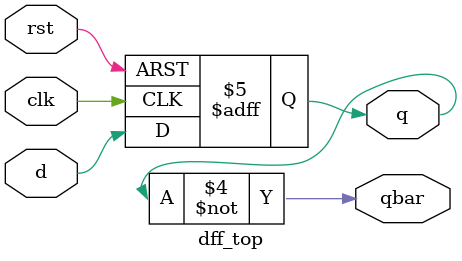
<source format=v>
`timescale 1ns / 1ps

module dff_top(
input wire d,
input wire clk,
input  rst,
output reg q,
output reg qbar

    );
    
    always @(posedge clk or negedge rst)
    begin
    if (!rst)
    begin
    q=0;
    end
    else
    begin
    q=d;
    end
    end
    always @(q)
     qbar =~q;
endmodule

</source>
